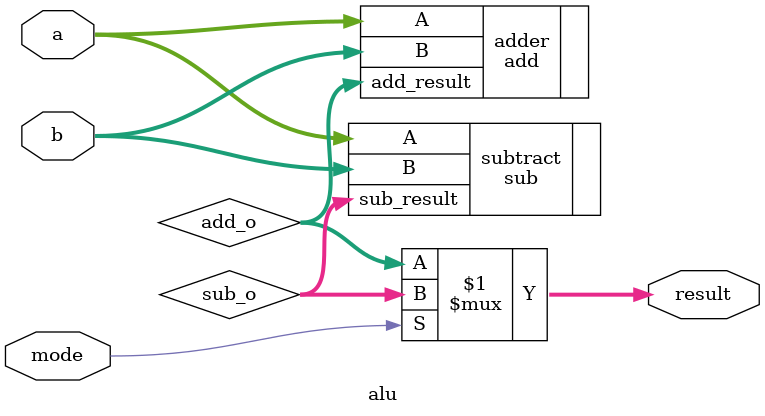
<source format=sv>
module alu(
  input logic  [3:0] a,
  input logic  [3:0] b,
  input logic        mode,
  output logic [4:0] result
);

logic [4:0] sub_o;
logic [4:0] add_o;

add adder(
  .A(a),
  .B(b),
  .add_result(add_o)
);
sub subtract(
  .A(a),
  .B(b),
  .sub_result(sub_o)
);

assign result = mode?sub_o:add_o;

  // Dump waves
  initial begin
    $dumpfile("dump.vcd");
    $dumpvars(1, alu);
  end
endmodule : alu

</source>
